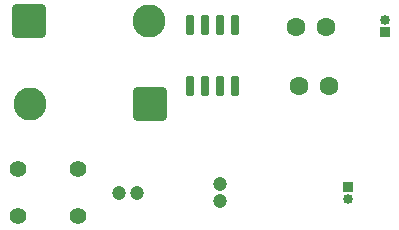
<source format=gbr>
%TF.GenerationSoftware,KiCad,Pcbnew,9.0.7*%
%TF.CreationDate,2026-02-27T12:11:25+01:00*%
%TF.ProjectId,Voltage_Doubler,566f6c74-6167-4655-9f44-6f75626c6572,1.0*%
%TF.SameCoordinates,Original*%
%TF.FileFunction,Soldermask,Top*%
%TF.FilePolarity,Negative*%
%FSLAX46Y46*%
G04 Gerber Fmt 4.6, Leading zero omitted, Abs format (unit mm)*
G04 Created by KiCad (PCBNEW 9.0.7) date 2026-02-27 12:11:25*
%MOMM*%
%LPD*%
G01*
G04 APERTURE LIST*
G04 Aperture macros list*
%AMRoundRect*
0 Rectangle with rounded corners*
0 $1 Rounding radius*
0 $2 $3 $4 $5 $6 $7 $8 $9 X,Y pos of 4 corners*
0 Add a 4 corners polygon primitive as box body*
4,1,4,$2,$3,$4,$5,$6,$7,$8,$9,$2,$3,0*
0 Add four circle primitives for the rounded corners*
1,1,$1+$1,$2,$3*
1,1,$1+$1,$4,$5*
1,1,$1+$1,$6,$7*
1,1,$1+$1,$8,$9*
0 Add four rect primitives between the rounded corners*
20,1,$1+$1,$2,$3,$4,$5,0*
20,1,$1+$1,$4,$5,$6,$7,0*
20,1,$1+$1,$6,$7,$8,$9,0*
20,1,$1+$1,$8,$9,$2,$3,0*%
G04 Aperture macros list end*
%ADD10RoundRect,0.150000X0.150000X-0.725000X0.150000X0.725000X-0.150000X0.725000X-0.150000X-0.725000X0*%
%ADD11C,1.400000*%
%ADD12C,0.850000*%
%ADD13R,0.850000X0.850000*%
%ADD14C,2.800000*%
%ADD15RoundRect,0.250001X1.149999X1.149999X-1.149999X1.149999X-1.149999X-1.149999X1.149999X-1.149999X0*%
%ADD16RoundRect,0.250001X-1.149999X-1.149999X1.149999X-1.149999X1.149999X1.149999X-1.149999X1.149999X0*%
%ADD17C,1.200000*%
%ADD18C,1.600000*%
G04 APERTURE END LIST*
D10*
%TO.C,U1*%
X655500000Y-285000000D03*
X656770000Y-285000000D03*
X658040000Y-285000000D03*
X659310000Y-285000000D03*
X659310000Y-279850000D03*
X658040000Y-279850000D03*
X656770000Y-279850000D03*
X655500000Y-279850000D03*
%TD*%
D11*
%TO.C,R2*%
X640960000Y-296000000D03*
X646040000Y-296000000D03*
%TD*%
%TO.C,R1*%
X640920000Y-292000000D03*
X646000000Y-292000000D03*
%TD*%
D12*
%TO.C,J2*%
X668875000Y-294500000D03*
D13*
X668875000Y-293500000D03*
%TD*%
%TO.C,J1*%
X672000000Y-280375000D03*
D12*
X672000000Y-279375000D03*
%TD*%
D14*
%TO.C,D2*%
X641920000Y-286500000D03*
D15*
X652080000Y-286500000D03*
%TD*%
D14*
%TO.C,D1*%
X652000000Y-279500000D03*
D16*
X641840000Y-279500000D03*
%TD*%
D17*
%TO.C,C4*%
X658000000Y-294750000D03*
X658000000Y-293250000D03*
%TD*%
%TO.C,C3*%
X649500000Y-294000000D03*
X651000000Y-294000000D03*
%TD*%
D18*
%TO.C,C2*%
X667250000Y-285000000D03*
X664750000Y-285000000D03*
%TD*%
%TO.C,C1*%
X667000000Y-280000000D03*
X664500000Y-280000000D03*
%TD*%
M02*

</source>
